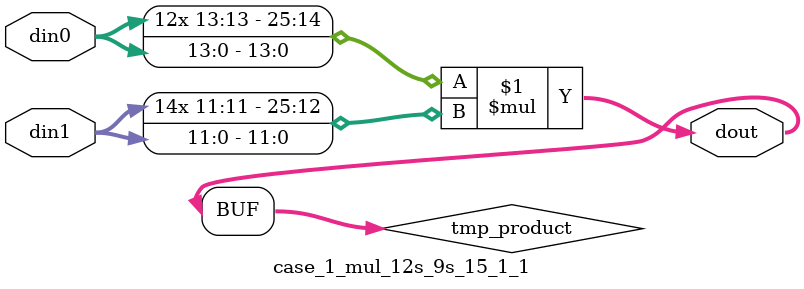
<source format=v>

`timescale 1 ns / 1 ps

 module case_1_mul_12s_9s_15_1_1(din0, din1, dout);
parameter ID = 1;
parameter NUM_STAGE = 0;
parameter din0_WIDTH = 14;
parameter din1_WIDTH = 12;
parameter dout_WIDTH = 26;

input [din0_WIDTH - 1 : 0] din0; 
input [din1_WIDTH - 1 : 0] din1; 
output [dout_WIDTH - 1 : 0] dout;

wire signed [dout_WIDTH - 1 : 0] tmp_product;



























assign tmp_product = $signed(din0) * $signed(din1);








assign dout = tmp_product;





















endmodule

</source>
